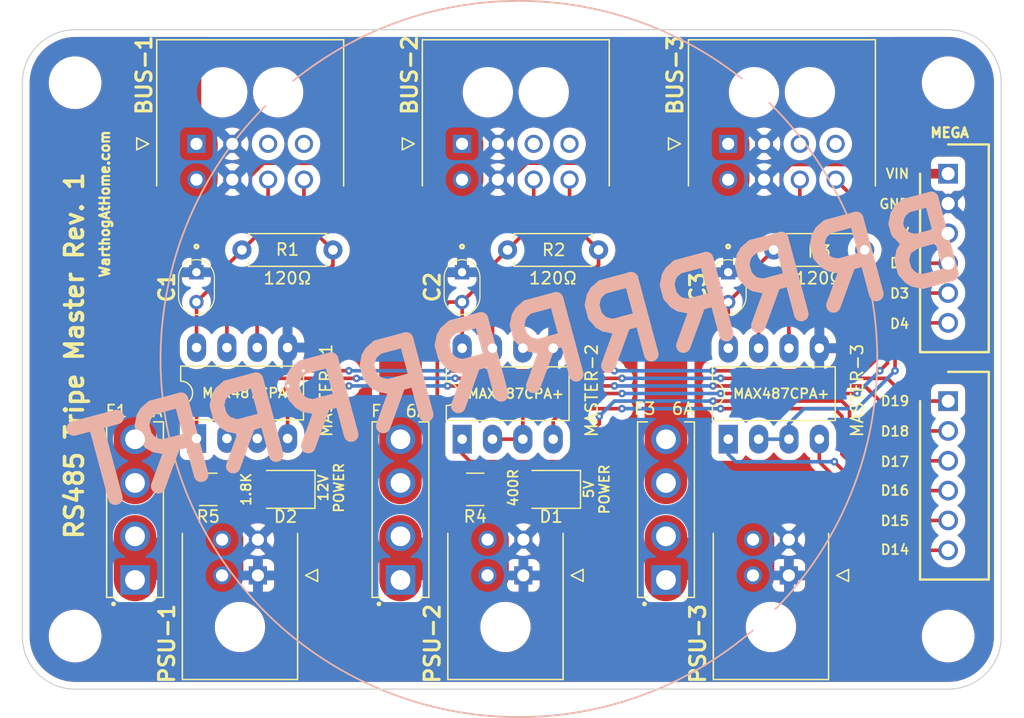
<source format=kicad_pcb>
(kicad_pcb (version 20211014) (generator pcbnew)
  (layers (0 "F.Cu" signal) (31 "B.Cu" signal) (34 "B.Paste" user) (36 "B.SilkS" user "B.Silkscreen") (37 "F.SilkS" user "F.Silkscreen") (38 "B.Mask" user) (39 "F.Mask" user) (44 "Edge.Cuts" user))
  (net 0 "")
  (net 3 "MEGA_D19")
  (net 4 "MEGA_D2")
  (net 5 "MEGA_D18")
  (net 6 "+12V_2")
  (net 7 "+12V_3")
  (net 8 "MEGA_D17")
  (net 9 "MEGA_D3")
  (net 10 "+5V")
  (net 11 "GND")
  (net 12 "+12V")
  (net 13 "MEGA_D16")
  (net 14 "MEGA_D15")
  (net 15 "MEGA_D4")
  (net 16 "MEGA_D14")
  (net 17 "RS485-1-B")
  (net 18 "RS485-1-A")
  (net 19 "RS485-2-B")
  (net 20 "RS485-3-B")
  (net 21 "RS485-2-A")
  (net 22 "RS485-3-A")
  (net 27 "12V_Fused")
  (net 28 "/12V_2_Fused")
  (net 29 "/12V_3_Fused")
  (net 30 "Net-(D1-Pad2)")
  (net 31 "Net-(D2-Pad2)")
  (footprint "MountingHole:MountingHole_3.2mm_M3" (layer "F.Cu") (at 181.830484 77.185879)
    (fp_text reference "HOLE-2" hide)
    (fp_text value "MountingHole_3.2mm_M3" hide)
    (pad "" np_thru_hole circle (at 0 0) (size 3.2 3.2) (drill 3.2) (layers *.Cu *.Mask))
  )
  (footprint "Resistor_SMD:R_1210_3225Metric_Pad1.30x2.65mm_HandSolder" (layer "F.Cu") (at 119.888 111.252 180)
    (fp_text reference "R5" (at 0 -2.28) (layer "F.SilkS"))
    (fp_text value "1.8K" (at -3.175 0.007 90) (layer "F.SilkS") (effects (font (size 0.8128 0.8128) (thickness 0.1524))))
    (pad "1" smd roundrect (at -1.55 0 180) (size 1.3 2.65) (layers "F.Cu" "F.Paste" "F.Mask") (roundrect_rratio 0.192308) (net 31 "Net-(D2-Pad2)"))
    (pad "2" smd roundrect (at 1.55 0 180) (size 1.3 2.65) (layers "F.Cu" "F.Paste" "F.Mask") (roundrect_rratio 0.192308) (net 27 "12V_Fused"))
  )
  (footprint "A10 KiCad Libraries:FA14" (layer "F.Cu") (at 141.135484 93.060879 -90)
    (fp_text reference "C2" (at 1.25 2.485 -90) (layer "F.SilkS") (effects (font (size 1.27 1.27) (thickness 0.254))))
    (fp_text value "0.1uF" hide)
    (pad "1" thru_hole rect (at 0 0 270) (size 1.2 1.2) (drill 0.7) (layers *.Cu *.Mask) (net 11 "GND"))
    (pad "2" thru_hole circle (at 2.5 0 270) (size 1.2 1.2) (drill 0.7) (layers *.Cu *.Mask) (net 10 "+5V"))
  )
  (footprint "MountingHole:MountingHole_3.2mm_M3" (layer "F.Cu") (at 181.830484 123.540879)
    (fp_text reference "HOLE-4" hide)
    (fp_text value "MountingHole_3.2mm_M3" hide)
    (pad "" np_thru_hole circle (at 0 0) (size 3.2 3.2) (drill 3.2) (layers *.Cu *.Mask))
  )
  (footprint "LED_SMD:LED_1210_3225Metric_Pad1.42x2.65mm_HandSolder" (layer "F.Cu") (at 126.365 111.252 180)
    (fp_text reference "D2" (at 0 -2.28) (layer "F.SilkS"))
    (fp_text value "GREEN")
    (pad "1" smd roundrect (at -1.4875 0 180) (size 1.425 2.65) (layers "F.Cu" "F.Paste" "F.Mask") (roundrect_rratio 0.175439) (net 11 "GND"))
    (pad "2" smd roundrect (at 1.4875 0 180) (size 1.425 2.65) (layers "F.Cu" "F.Paste" "F.Mask") (roundrect_rratio 0.175439) (net 31 "Net-(D2-Pad2)"))
  )
  (footprint "LED_SMD:LED_1210_3225Metric_Pad1.42x2.65mm_HandSolder" (layer "F.Cu") (at 148.59 111.252 180)
    (fp_text reference "D1" (at 0 -2.28) (layer "F.SilkS"))
    (fp_text value "GREEN")
    (pad "1" smd roundrect (at -1.4875 0 180) (size 1.425 2.65) (layers "F.Cu" "F.Paste" "F.Mask") (roundrect_rratio 0.175439) (net 11 "GND"))
    (pad "2" smd roundrect (at 1.4875 0 180) (size 1.425 2.65) (layers "F.Cu" "F.Paste" "F.Mask") (roundrect_rratio 0.175439) (net 30 "Net-(D1-Pad2)"))
  )
  (footprint "A10 KiCad Libraries:SHDR6W64P0X250_1X6_1740X575X700P" (layer "F.Cu") (at 181.830484 103.855879 -90)
    (fp_text reference "MEGA-2" hide)
    (fp_text value "Conn_01x06_Male" hide)
    (pad "1" thru_hole rect locked (at 0 0 270) (size 1.65 1.65) (drill 1.1) (layers *.Cu *.Mask) (net 3 "MEGA_D19"))
    (pad "2" thru_hole circle locked (at 2.5 0 270) (size 1.65 1.65) (drill 1.1) (layers *.Cu *.Mask) (net 5 "MEGA_D18"))
    (pad "3" thru_hole circle locked (at 5 0 270) (size 1.65 1.65) (drill 1.1) (layers *.Cu *.Mask) (net 8 "MEGA_D17"))
    (pad "4" thru_hole circle locked (at 7.5 0 270) (size 1.65 1.65) (drill 1.1) (layers *.Cu *.Mask) (net 13 "MEGA_D16"))
    (pad "5" thru_hole circle locked (at 10 0 270) (size 1.65 1.65) (drill 1.1) (layers *.Cu *.Mask) (net 14 "MEGA_D15"))
    (pad "6" thru_hole circle locked (at 12.5 0 270) (size 1.65 1.65) (drill 1.1) (layers *.Cu *.Mask) (net 16 "MEGA_D14"))
  )
  (footprint "Resistor_THT:R_Axial_DIN0207_L6.3mm_D2.5mm_P7.62mm_Horizontal" (layer "F.Cu") (at 167.225484 91.195879)
    (fp_text reference "R3" (at 3.81 0.1378) (layer "F.SilkS"))
    (fp_text value "120Ω" (at 3.81 2.37) (layer "F.SilkS"))
    (pad "1" thru_hole circle (at 0 0) (size 1.6 1.6) (drill 0.8) (layers *.Cu *.Mask) (net 20 "RS485-3-B"))
    (pad "2" thru_hole oval (at 7.62 0) (size 1.6 1.6) (drill 0.8) (layers *.Cu *.Mask) (net 22 "RS485-3-A"))
  )
  (footprint "MountingHole:MountingHole_3.2mm_M3" (layer "F.Cu") (at 108.741664 77.185879)
    (fp_text reference "HOLE-1" hide)
    (fp_text value "MountingHole_3.2mm_M3" hide)
    (pad "" np_thru_hole circle (at 0 0) (size 3.2 3.2) (drill 3.2) (layers *.Cu *.Mask))
  )
  (footprint "A10 KiCad Libraries:Molex 43045-0800" (layer "F.Cu") (at 141.135484 82.305879 180)
    (fp_text reference "BUS-2" (at 4.39 5.755 270) (layer "F.SilkS") (effects (font (size 1.27 1.27) (thickness 0.254))))
    (fp_text value "Conn_02x04_Top_Bottom" hide)
    (pad "" np_thru_hole circle (at -6.84 4.32 180) (size 3 3) (drill 3) (layers *.Cu *.Mask))
    (pad "" np_thru_hole circle (at -2.16 4.32 180) (size 3 3) (drill 3) (layers *.Cu *.Mask))
    (pad "1" thru_hole rect (at 0 0 180) (size 1.52 1.52) (drill 1.02) (layers *.Cu *.Mask) (net 28 "/12V_2_Fused"))
    (pad "2" thru_hole circle (at -3 0 180) (size 1.52 1.52) (drill 1.02) (layers *.Cu *.Mask) (net 11 "GND"))
    (pad "3" thru_hole circle (at -6 0 180) (size 1.52 1.52) (drill 1.02) (layers *.Cu *.Mask))
    (pad "4" thru_hole circle (at -9 0 180) (size 1.52 1.52) (drill 1.02) (layers *.Cu *.Mask))
    (pad "5" thru_hole circle (at 0 -3 180) (size 1.52 1.52) (drill 1.02) (layers *.Cu *.Mask) (net 28 "/12V_2_Fused"))
    (pad "6" thru_hole circle (at -3 -3 180) (size 1.52 1.52) (drill 1.02) (layers *.Cu *.Mask) (net 11 "GND"))
    (pad "7" thru_hole circle (at -6 -3 180) (size 1.52 1.52) (drill 1.02) (layers *.Cu *.Mask) (net 19 "RS485-2-B"))
    (pad "8" thru_hole circle (at -9 -3 180) (size 1.52 1.52) (drill 1.02) (layers *.Cu *.Mask) (net 21 "RS485-2-A"))
  )
  (footprint "A10 KiCad Libraries:SHDR6W64P0X250_1X6_1740X575X700P" (layer "F.Cu") (at 181.830484 84.805879 -90)
    (fp_text reference "MEGA-1" hide)
    (fp_text value "Conn_01x06_Male" hide)
    (fp_text user "MEGA" (at -3.429 -0.127 unlocked) (layer "F.SilkS") (effects (font (size 0.8128 0.8128) (thickness 0.2032))))
    (pad "1" thru_hole rect locked (at 0 0 270) (size 1.65 1.65) (drill 1.1) (layers *.Cu *.Mask) (net 27 "12V_Fused"))
    (pad "2" thru_hole circle locked (at 2.5 0 270) (size 1.65 1.65) (drill 1.1) (layers *.Cu *.Mask) (net 11 "GND"))
    (pad "3" thru_hole circle locked (at 5 0 270) (size 1.65 1.65) (drill 1.1) (layers *.Cu *.Mask) (net 10 "+5V"))
    (pad "4" thru_hole circle locked (at 7.5 0 270) (size 1.65 1.65) (drill 1.1) (layers *.Cu *.Mask) (net 4 "MEGA_D2"))
    (pad "5" thru_hole circle locked (at 10 0 270) (size 1.65 1.65) (drill 1.1) (layers *.Cu *.Mask) (net 9 "MEGA_D3"))
    (pad "6" thru_hole circle locked (at 12.5 0 270) (size 1.65 1.65) (drill 1.1) (layers *.Cu *.Mask) (net 15 "MEGA_D4"))
  )
  (footprint "A10 KiCad Libraries:FUSE_BK-6013" (layer "F.Cu") (at 158.208484 112.949079 90)
    (fp_text reference "F3" (at 8.4582 -1.778 180) (layer "F.SilkS"))
    (fp_text value "6A" (at 8.4582 1.397 180) (layer "F.SilkS"))
    (pad "1" thru_hole rect (at -5.895 0 90) (size 2.48 2.48) (drill 1.65) (layers *.Cu *.Mask) (net 7 "+12V_3"))
    (pad "1" thru_hole circle (at -2.235 0 90) (size 2.48 2.48) (drill 1.65) (layers *.Cu *.Mask) (net 7 "+12V_3"))
    (pad "2" thru_hole circle (at 5.895 0 90) (size 2.48 2.48) (drill 1.65) (layers *.Cu *.Mask) (net 29 "/12V_3_Fused"))
    (pad "2" thru_hole circle (at 2.235 0 90) (size 2.48 2.48) (drill 1.65) (layers *.Cu *.Mask) (net 29 "/12V_3_Fused"))
  )
  (footprint "A10 KiCad Libraries:FUSE_BK-6013" (layer "F.Cu") (at 135.983484 112.949079 90)
    (fp_text reference "F2" (at 8.255 -1.56 180) (layer "F.SilkS"))
    (fp_text value "6A" (at 8.255 1.3335 180) (layer "F.SilkS"))
    (pad "1" thru_hole circle (at -2.235 0 90) (size 2.48 2.48) (drill 1.65) (layers *.Cu *.Mask) (net 6 "+12V_2"))
    (pad "1" thru_hole rect (at -5.895 0 90) (size 2.48 2.48) (drill 1.65) (layers *.Cu *.Mask) (net 6 "+12V_2"))
    (pad "2" thru_hole circle (at 5.895 0 90) (size 2.48 2.48) (drill 1.65) (layers *.Cu *.Mask) (net 28 "/12V_2_Fused"))
    (pad "2" thru_hole circle (at 2.235 0 90) (size 2.48 2.48) (drill 1.65) (layers *.Cu *.Mask) (net 28 "/12V_2_Fused"))
  )
  (footprint "Resistor_THT:R_Axial_DIN0207_L6.3mm_D2.5mm_P7.62mm_Horizontal" (layer "F.Cu") (at 122.710647 91.195879)
    (fp_text reference "R1" (at 3.81 -0.031551) (layer "F.SilkS"))
    (fp_text value "120Ω" (at 3.81 2.37) (layer "F.SilkS"))
    (pad "1" thru_hole circle (at 0 0) (size 1.6 1.6) (drill 0.8) (layers *.Cu *.Mask) (net 17 "RS485-1-B"))
    (pad "2" thru_hole oval (at 7.62 0) (size 1.6 1.6) (drill 0.8) (layers *.Cu *.Mask) (net 18 "RS485-1-A"))
  )
  (footprint "Package_DIP:DIP-8_W7.62mm_LongPads" (layer "F.Cu") (at 118.910647 106.990879 90)
    (fp_text reference "MASTER-1" (at 4.024 10.849837 90) (layer "F.SilkS"))
    (fp_text value "MAX487CPA+" (at 3.81 4.499837 180) (layer "F.SilkS") (effects (font (size 0.8128 0.8128) (thickness 0.1524))))
    (pad "1" thru_hole rect (at 0 0 90) (size 2.4 1.6) (drill 0.8) (layers *.Cu *.Mask) (net 3 "MEGA_D19"))
    (pad "2" thru_hole oval (at 0 2.54 90) (size 2.4 1.6) (drill 0.8) (layers *.Cu *.Mask) (net 4 "MEGA_D2"))
    (pad "3" thru_hole oval (at 0 5.08 90) (size 2.4 1.6) (drill 0.8) (layers *.Cu *.Mask) (net 4 "MEGA_D2"))
    (pad "4" thru_hole oval (at 0 7.62 90) (size 2.4 1.6) (drill 0.8) (layers *.Cu *.Mask) (net 5 "MEGA_D18"))
    (pad "5" thru_hole oval (at 7.62 7.62 90) (size 2.4 1.6) (drill 0.8) (layers *.Cu *.Mask) (net 11 "GND"))
    (pad "6" thru_hole oval (at 7.62 5.08 90) (size 2.4 1.6) (drill 0.8) (layers *.Cu *.Mask) (net 18 "RS485-1-A"))
    (pad "7" thru_hole oval (at 7.62 2.54 90) (size 2.4 1.6) (drill 0.8) (layers *.Cu *.Mask) (net 17 "RS485-1-B"))
    (pad "8" thru_hole oval (at 7.62 0 90) (size 2.4 1.6) (drill 0.8) (layers *.Cu *.Mask) (net 10 "+5V"))
  )
  (footprint "Package_DIP:DIP-8_W7.62mm_LongPads" (layer "F.Cu") (at 163.425484 107.045879 90)
    (fp_text reference "MASTER-3" (at 4.079 10.785 90) (layer "F.SilkS"))
    (fp_text value "MAX487CPA+" (at 3.81 4.435 180) (layer "F.SilkS") (effects (font (size 0.8128 0.8128) (thickness 0.1524))))
    (pad "1" thru_hole rect (at 0 0 90) (size 2.4 1.6) (drill 0.8) (layers *.Cu *.Mask) (net 14 "MEGA_D15"))
    (pad "2" thru_hole oval (at 0 2.54 90) (size 2.4 1.6) (drill 0.8) (layers *.Cu *.Mask) (net 15 "MEGA_D4"))
    (pad "3" thru_hole oval (at 0 5.08 90) (size 2.4 1.6) (drill 0.8) (layers *.Cu *.Mask) (net 15 "MEGA_D4"))
    (pad "4" thru_hole oval (at 0 7.62 90) (size 2.4 1.6) (drill 0.8) (layers *.Cu *.Mask) (net 16 "MEGA_D14"))
    (pad "5" thru_hole oval (at 7.62 7.62 90) (size 2.4 1.6) (drill 0.8) (layers *.Cu *.Mask) (net 11 "GND"))
    (pad "6" thru_hole oval (at 7.62 5.08 90) (size 2.4 1.6) (drill 0.8) (layers *.Cu *.Mask) (net 22 "RS485-3-A"))
    (pad "7" thru_hole oval (at 7.62 2.54 90) (size 2.4 1.6) (drill 0.8) (layers *.Cu *.Mask) (net 20 "RS485-3-B"))
    (pad "8" thru_hole oval (at 7.62 0 90) (size 2.4 1.6) (drill 0.8) (layers *.Cu *.Mask) (net 10 "+5V"))
  )
  (footprint "Resistor_THT:R_Axial_DIN0207_L6.3mm_D2.5mm_P7.62mm_Horizontal" (layer "F.Cu") (at 144.945484 91.195879)
    (fp_text reference "R2" (at 3.865 0) (layer "F.SilkS"))
    (fp_text value "120Ω" (at 3.81 2.37) (layer "F.SilkS"))
    (pad "1" thru_hole circle (at 0 0) (size 1.6 1.6) (drill 0.8) (layers *.Cu *.Mask) (net 19 "RS485-2-B"))
    (pad "2" thru_hole oval (at 7.62 0) (size 1.6 1.6) (drill 0.8) (layers *.Cu *.Mask) (net 21 "RS485-2-A"))
  )
  (footprint "Package_DIP:DIP-8_W7.62mm_LongPads" (layer "F.Cu") (at 141.145484 107.045879 90)
    (fp_text reference "MASTER-2" (at 4.079 10.84 90) (layer "F.SilkS"))
    (fp_text value "MAX487CPA+" (at 3.81 4.49 180) (layer "F.SilkS") (effects (font (size 0.8128 0.8128) (thickness 0.1524))))
    (pad "1" thru_hole rect (at 0 0 90) (size 2.4 1.6) (drill 0.8) (layers *.Cu *.Mask) (net 8 "MEGA_D17"))
    (pad "2" thru_hole oval (at 0 2.54 90) (size 2.4 1.6) (drill 0.8) (layers *.Cu *.Mask) (net 9 "MEGA_D3"))
    (pad "3" thru_hole oval (at 0 5.08 90) (size 2.4 1.6) (drill 0.8) (layers *.Cu *.Mask) (net 9 "MEGA_D3"))
    (pad "4" thru_hole oval (at 0 7.62 90) (size 2.4 1.6) (drill 0.8) (layers *.Cu *.Mask) (net 13 "MEGA_D16"))
    (pad "5" thru_hole oval (at 7.62 7.62 90) (size 2.4 1.6) (drill 0.8) (layers *.Cu *.Mask) (net 11 "GND"))
    (pad "6" thru_hole oval (at 7.62 5.08 90) (size 2.4 1.6) (drill 0.8) (layers *.Cu *.Mask) (net 21 "RS485-2-A"))
    (pad "7" thru_hole oval (at 7.62 2.54 90) (size 2.4 1.6) (drill 0.8) (layers *.Cu *.Mask) (net 19 "RS485-2-B"))
    (pad "8" thru_hole oval (at 7.62 0 90) (size 2.4 1.6) (drill 0.8) (layers *.Cu *.Mask) (net 10 "+5V"))
  )
  (footprint "A10 KiCad Libraries:Molex 43045-0800" (layer "F.Cu") (at 118.900647 82.305879 180)
    (fp_text reference "BUS-1" (at 4.380163 5.755 270) (layer "F.SilkS") (effects (font (size 1.27 1.27) (thickness 0.254))))
    (fp_text value "Conn_02x04_Top_Bottom" hide)
    (pad "" np_thru_hole circle (at -2.16 4.32 180) (size 3 3) (drill 3) (layers *.Cu *.Mask))
    (pad "" np_thru_hole circle (at -6.84 4.32 180) (size 3 3) (drill 3) (layers *.Cu *.Mask))
    (pad "1" thru_hole rect (at 0 0 180) (size 1.52 1.52) (drill 1.02) (layers *.Cu *.Mask) (net 27 "12V_Fused"))
    (pad "2" thru_hole circle (at -3 0 180) (size 1.52 1.52) (drill 1.02) (layers *.Cu *.Mask) (net 11 "GND"))
    (pad "3" thru_hole circle (at -6 0 180) (size 1.52 1.52) (drill 1.02) (layers *.Cu *.Mask))
    (pad "4" thru_hole circle (at -9 0 180) (size 1.52 1.52) (drill 1.02) (layers *.Cu *.Mask))
    (pad "5" thru_hole circle (at 0 -3 180) (size 1.52 1.52) (drill 1.02) (layers *.Cu *.Mask) (net 27 "12V_Fused"))
    (pad "6" thru_hole circle (at -3 -3 180) (size 1.52 1.52) (drill 1.02) (layers *.Cu *.Mask) (net 11 "GND"))
    (pad "7" thru_hole circle (at -6 -3 180) (size 1.52 1.52) (drill 1.02) (layers *.Cu *.Mask) (net 17 "RS485-1-B"))
    (pad "8" thru_hole circle (at -9 -3 180) (size 1.52 1.52) (drill 1.02) (layers *.Cu *.Mask) (net 18 "RS485-1-A"))
  )
  (footprint "MountingHole:MountingHole_3.2mm_M3" (layer "F.Cu") (at 108.741664 123.540879)
    (fp_text reference "HOLE-3" hide)
    (fp_text value "MountingHole_3.2mm_M3" hide)
    (pad "" np_thru_hole circle (at 0 0) (size 3.2 3.2) (drill 3.2) (layers *.Cu *.Mask))
  )
  (footprint "A10 KiCad Libraries:FA14" (layer "F.Cu") (at 163.415484 93.060879 -90)
    (fp_text reference "C3" (at 1.27 2.54 -90) (layer "F.SilkS") (effects (font (size 1.27 1.27) (thickness 0.254))))
    (fp_text value "0.1uF" hide)
    (pad "1" thru_hole rect (at 0 0 270) (size 1.2 1.2) (drill 0.7) (layers *.Cu *.Mask) (net 11 "GND"))
    (pad "2" thru_hole circle (at 2.5 0 270) (size 1.2 1.2) (drill 0.7) (layers *.Cu *.Mask) (net 10 "+5V"))
  )
  (footprint "A10 KiCad Libraries:FUSE_BK-6013" (layer "F.Cu") (at 113.758484 112.949079 90)
    (fp_text reference "F1" (at 8.255 -1.56 180) (layer "F.SilkS"))
    (fp_text value "6A" (at 8.255 1.397 180) (layer "F.SilkS"))
    (pad "1" thru_hole rect (at -5.895 0 90) (size 2.48 2.48) (drill 1.65) (layers *.Cu *.Mask) (net 12 "+12V"))
    (pad "1" thru_hole circle (at -2.235 0 90) (size 2.48 2.48) (drill 1.65) (layers *.Cu *.Mask) (net 12 "+12V"))
    (pad "2" thru_hole circle (at 5.895 0 90) (size 2.48 2.48) (drill 1.65) (layers *.Cu *.Mask) (net 27 "12V_Fused"))
    (pad "2" thru_hole circle (at 2.235 0 90) (size 2.48 2.48) (drill 1.65) (layers *.Cu *.Mask) (net 27 "12V_Fused"))
  )
  (footprint "A10 KiCad Libraries:FA14" (layer "F.Cu") (at 118.900647 93.060879 -90)
    (fp_text reference "C1" (at 1.27 2.475163 -90) (layer "F.SilkS") (effects (font (size 1.27 1.27) (thickness 0.254))))
    (fp_text value "0.1uF" hide)
    (pad "1" thru_hole rect (at 0 0 270) (size 1.2 1.2) (drill 0.7) (layers *.Cu *.Mask) (net 11 "GND"))
    (pad "2" thru_hole circle (at 2.5 0 270) (size 1.2 1.2) (drill 0.7) (layers *.Cu *.Mask) (net 10 "+5V"))
  )
  (footprint "A10 KiCad Libraries:Molex 43045-0800" (layer "F.Cu") (at 163.415484 82.305879 180)
    (fp_text reference "BUS-3" (at 4.445 5.755 270) (layer "F.SilkS") (effects (font (size 1.27 1.27) (thickness 0.254))))
    (fp_text value "Conn_02x04_Top_Bottom" hide)
    (pad "" np_thru_hole circle (at -2.16 4.32 180) (size 3 3) (drill 3) (layers *.Cu *.Mask))
    (pad "" np_thru_hole circle (at -6.84 4.32 180) (size 3 3) (drill 3) (layers *.Cu *.Mask))
    (pad "1" thru_hole rect (at 0 0 180) (size 1.52 1.52) (drill 1.02) (layers *.Cu *.Mask) (net 29 "/12V_3_Fused"))
    (pad "2" thru_hole circle (at -3 0 180) (size 1.52 1.52) (drill 1.02) (layers *.Cu *.Mask) (net 11 "GND"))
    (pad "3" thru_hole circle (at -6 0 180) (size 1.52 1.52) (drill 1.02) (layers *.Cu *.Mask))
    (pad "4" thru_hole circle (at -9 0 180) (size 1.52 1.52) (drill 1.02) (layers *.Cu *.Mask))
    (pad "5" thru_hole circle (at 0 -3 180) (size 1.52 1.52) (drill 1.02) (layers *.Cu *.Mask) (net 29 "/12V_3_Fused"))
    (pad "6" thru_hole circle (at -3 -3 180) (size 1.52 1.52) (drill 1.02) (layers *.Cu *.Mask) (net 11 "GND"))
    (pad "7" thru_hole circle (at -6 -3 180) (size 1.52 1.52) (drill 1.02) (layers *.Cu *.Mask) (net 20 "RS485-3-B"))
    (pad "8" thru_hole circle (at -9 -3 180) (size 1.52 1.52) (drill 1.02) (layers *.Cu *.Mask) (net 22 "RS485-3-A"))
  )
  (footprint "A10 KiCad Libraries:Molex 43045-0400" (layer "F.Cu") (at 146.270484 118.460879)
    (fp_text reference "PSU-2" (at -7.62 5.715 90) (layer "F.SilkS") (effects (font (size 1.27 1.27) (thickness 0.254))))
    (fp_text value "Conn_02x02_Top_Bottom" hide)
    (pad "" np_thru_hole circle (at -1.5 4.32) (size 3 3) (drill 3) (layers *.Cu *.Mask))
    (pad "1" thru_hole rect (at 0 0) (size 1.52 1.52) (drill 1.02) (layers *.Cu *.Mask) (net 11 "GND"))
    (pad "2" thru_hole circle (at -3 0) (size 1.52 1.52) (drill 1.02) (layers *.Cu *.Mask) (net 6 "+12V_2"))
    (pad "3" thru_hole circle (at 0 -3) (size 1.52 1.52) (drill 1.02) (layers *.Cu *.Mask) (net 11 "GND"))
    (pad "4" thru_hole circle (at -3 -3) (size 1.52 1.52) (drill 1.02) (layers *.Cu *.Mask) (net 6 "+12V_2"))
  )
  (footprint "Resistor_SMD:R_1210_3225Metric_Pad1.30x2.65mm_HandSolder" (layer "F.Cu") (at 142.24 111.252 180)
    (fp_text reference "R4" (at 0 -2.28) (layer "F.SilkS"))
    (fp_text value "400R" (at -3.175 0.127 90) (layer "F.SilkS") (effects (font (size 0.8128 0.8128) (thickness 0.1524))))
    (pad "1" smd roundrect (at -1.55 0 180) (size 1.3 2.65) (layers "F.Cu" "F.Paste" "F.Mask") (roundrect_rratio 0.192308) (net 30 "Net-(D1-Pad2)"))
    (pad "2" smd roundrect (at 1.55 0 180) (size 1.3 2.65) (layers "F.Cu" "F.Paste" "F.Mask") (roundrect_rratio 0.192308) (net 10 "+5V"))
  )
  (footprint "A10 KiCad Libraries:Molex 43045-0400" (layer "F.Cu") (at 168.495484 118.460879)
    (fp_text reference "PSU-3" (at -7.62 5.715 90) (layer "F.SilkS") (effects (font (size 1.27 1.27) (thickness 0.254))))
    (fp_text value "Conn_02x02_Top_Bottom" hide)
    (pad "" np_thru_hole circle (at -1.5 4.32) (size 3 3) (drill 3) (layers *.Cu *.Mask))
    (pad "1" thru_hole rect (at 0 0) (size 1.52 1.52) (drill 1.02) (layers *.Cu *.Mask) (net 11 "GND"))
    (pad "2" thru_hole circle (at -3 0) (size 1.52 1.52) (drill 1.02) (layers *.Cu *.Mask) (net 7 "+12V_3"))
    (pad "3" thru_hole circle (at 0 -3) (size 1.52 1.52) (drill 1.02) (layers *.Cu *.Mask) (net 11 "GND"))
    (pad "4" thru_hole circle (at -3 -3) (size 1.52 1.52) (drill 1.02) (layers *.Cu *.Mask) (net 7 "+12V_3"))
  )
  (footprint "A10 KiCad Libraries:Molex 43045-0400" (layer "F.Cu") (at 124.045484 118.460879)
    (fp_text reference "PSU-1" (at -7.62 5.715 270) (layer "F.SilkS") (effects (font (size 1.27 1.27) (thickness 0.254))))
    (fp_text value "Conn_02x02_Top_Bottom" hide)
    (pad "" np_thru_hole circle (at -1.5 4.32) (size 3 3) (drill 3) (layers *.Cu *.Mask))
    (pad "1" thru_hole rect (at 0 0) (size 1.52 1.52) (drill 1.02) (layers *.Cu *.Mask) (net 11 "GND"))
    (pad "2" thru_hole circle (at -3 0) (size 1.52 1.52) (drill 1.02) (layers *.Cu *.Mask) (net 12 "+12V"))
    (pad "3" thru_hole circle (at 0 -3) (size 1.52 1.52) (drill 1.02) (layers *.Cu *.Mask) (net 11 "GND"))
    (pad "4" thru_hole circle (at -3 -3) (size 1.52 1.52) (drill 1.02) (layers *.Cu *.Mask) (net 12 "+12V"))
  )
  (gr_circle locked (center 145.895 100.33) (end 175.895 100.33) (layer "B.SilkS") (width 0.15) (fill none))
  (gr_line (start 104.328574 123.572789) (end 104.328574 77.185879) (layer "Edge.Cuts") (width 0.1))
  (gr_arc (start 186.275484 123.572789) (mid 184.982917 126.693312) (end 181.862394 127.985879) (layer "Edge.Cuts") (width 0.1016))
  (gr_arc (start 108.741664 127.985879) (mid 105.621135 126.693318) (end 104.328574 123.572789) (layer "Edge.Cuts") (width 0.1016))
  (gr_arc (start 181.830484 72.740879) (mid 184.973574 74.042789) (end 186.275484 77.185879) (layer "Edge.Cuts") (width 0.1016))
  (gr_line (start 181.862394 127.985879) (end 108.741664 127.985879) (layer "Edge.Cuts") (width 0.1))
  (gr_line (start 186.275484 77.185879) (end 186.275484 123.572789) (layer "Edge.Cuts") (width 0.1))
  (gr_arc (start 104.328574 77.185879) (mid 105.630484 74.042786) (end 108.773574 72.740879) (layer "Edge.Cuts") (width 0.1016))
  (gr_line (start 108.773574 72.740879) (end 181.830484 72.740879) (layer "Edge.Cuts") (width 0.1))
  (gr_text "BRRRRRRRRRRT" (at 145.895 99.85 15) (layer "B.SilkS") (effects (font (size 6.5024 6.5024) (thickness 1.2192)) (justify mirror)))
  (gr_text "D14" (at 178.655484 116.301879) (layer "F.SilkS") (effects (font (size 0.8128 0.8128) (thickness 0.1524)) (justify right)))
  (gr_text "GND" (at 178.655484 87.345879) (layer "F.SilkS") (effects (font (size 0.8128 0.8128) (thickness 0.1524)) (justify right)))
  (gr_text "5V\nPOWER" (at 152.4 111.252 90) (layer "F.SilkS") (effects (font (size 0.8128 0.8128) (thickness 0.1524))))
  (gr_text "D15" (at 178.655484 113.888879) (layer "F.SilkS") (effects (font (size 0.8128 0.8128) (thickness 0.1524)) (justify right)))
  (gr_text "D4" (at 178.655484 97.378879) (layer "F.SilkS") (effects (font (size 0.8128 0.8128) (thickness 0.1524)) (justify right)))
  (gr_text "5V" (at 178.655484 89.758879) (layer "F.SilkS") (effects (font (size 0.8128 0.8128) (thickness 0.1524)) (justify right)))
  (gr_text "D3" (at 178.655484 94.838879) (layer "F.SilkS") (effects (font (size 0.8128 0.8128) (thickness 0.1524)) (justify right)))
  (gr_text "D16" (at 178.655484 111.348879) (layer "F.SilkS") (effects (font (size 0.8128 0.8128) (thickness 0.1524)) (justify right)))
  (gr_text "WarthogAtHome.com" (at 111.218484 87.345879 90) (layer "F.SilkS") (effects (font (size 0.8128 0.8128) (thickness 0.2032))))
  (gr_text "D18" (at 178.655484 106.395879) (layer "F.SilkS") (effects (font (size 0.8128 0.8128) (thickness 0.1524)) (justify right)))
  (gr_text "D19" (at 178.655484 103.855879) (layer "F.SilkS") (effects (font (size 0.8128 0.8128) (thickness 0.1524)) (justify right)))
  (gr_text "D17" (at 178.655484 108.935879) (layer "F.SilkS") (effects (font (size 0.8128 0.8128) (thickness 0.1524)) (justify right)))
  (gr_text "D2" (at 178.655484 92.298879) (layer "F.SilkS") (effects (font (size 0.8128 0.8128) (thickness 0.1524)) (justify right)))
  (gr_text "RS485 Tripe Master Rev. 1" (at 108.678484 100.045879 90) (layer "F.SilkS") (effects (font (size 1.5 1.5) (thickness 0.3))))
  (gr_text "12V\nPOWER" (at 130.175 111.125 90) (layer "F.SilkS") (effects (font (size 0.8128 0.8128) (thickness 0.1524))))
  (gr_text "VIN" (at 178.655484 84.805879) (layer "F.SilkS") (effects (font (size 0.8128 0.8128) (thickness 0.1524)) (justify right)))
  (segment (start 162.780484 101.950879) (end 176.750484 101.950879) (width 0.3048) (layer "F.Cu") (net 3))
  (segment (start 122.140484 101.950879) (end 118.910647 105.180716) (width 0.3048) (layer "F.Cu") (net 3))
  (segment (start 176.750484 101.950879) (end 178.655484 103.855879) (width 0.3048) (layer "F.Cu") (net 3))
  (segment (start 178.655484 103.855879) (end 181.830484 103.855879) (width 0.3048) (layer "F.Cu") (net 3))
  (segment (start 132.300484 101.950879) (end 122.140484 101.950879) (width 0.3048) (layer "F.Cu") (net 3))
  (segment (start 118.910647 105.180716) (end 118.910647 106.990879) (width 0.3048) (layer "F.Cu") (net 3))
  (segment (start 154.525484 101.950879) (end 140.555484 101.950879) (width 0.3048) (layer "F.Cu") (net 3))
  (via (at 162.780484 101.950879) (size 0.635) (drill 0.254) (layers "F.Cu" "B.Cu") (net 3))
  (via (at 140.555484 101.950879) (size 0.635) (drill 0.254) (layers "F.Cu" "B.Cu") (net 3))
  (via (at 154.525484 101.950879) (size 0.635) (drill 0.254) (layers "F.Cu" "B.Cu") (net 3))
  (via (at 132.300484 101.950879) (size 0.635) (drill 0.254) (layers "F.Cu" "B.Cu") (net 3))
  (segment (start 140.555484 101.950879) (end 132.300484 101.950879) (width 0.3048) (layer "B.Cu") (net 3))
  (segment (start 162.780484 101.950879) (end 154.525484 101.950879) (width 0.3048) (layer "B.Cu") (net 3))
  (segment (start 162.145484 101.315879) (end 174.845484 101.315879) (width 0.3048) (layer "F.Cu") (net 4))
  (segment (start 131.665484 101.315879) (end 127.855484 101.315879) (width 0.3048) (layer "F.Cu") (net 4))
  (segment (start 178.775484 92.305879) (end 181.830484 92.305879) (width 0.3048) (layer "F.Cu") (net 4))
  (segment (start 139.920484 101.315879) (end 153.890484 101.315879) (width 0.3048) (layer "F.Cu") (net 4))
  (segment (start 174.845484 101.315879) (end 176.115484 100.045879) (width 0.3048) (layer "F.Cu") (net 4))
  (segment (start 126.585484 102.585879) (end 123.990647 105.180716) (width 0.3048) (layer "F.Cu") (net 4))
  (segment (start 176.115484 100.045879) (end 176.115484 94.965879) (width 0.3048) (layer "F.Cu") (net 4))
  (segment (start 123.990647 105.180716) (end 123.990647 106.990879) (width 0.3048) (layer "F.Cu") (net 4))
  (segment (start 121.450647 106.990879) (end 123.990647 106.990879) (width 0.3048) (layer "F.Cu") (net 4))
  (segment (start 176.115484 94.965879) (end 178.775484 92.305879) (width 0.3048) (layer "F.Cu") (net 4))
  (via (at 127.855484 101.315879) (size 0.635) (drill 0.254) (layers "F.Cu" "B.Cu") (net 4))
  (via (at 139.920484 101.315879) (size 0.635) (drill 0.254) (layers "F.Cu" "B.Cu") (net 4))
  (via (at 131.665484 101.315879) (size 0.635) (drill 0.254) (layers "F.Cu" "B.Cu") (net 4))
  (via (at 153.890484 101.315879) (size 0.635) (drill 0.254) (layers "F.Cu" "B.Cu") (net 4))
  (via (at 126.585484 102.585879) (size 0.635) (drill 0.254) (layers "F.Cu" "B.Cu") (net 4))
  (via (at 162.145484 101.315879) (size 0.635) (drill 0.254) (layers "F.Cu" "B.Cu") (net 4))
  (segment (start 127.855484 101.315879) (end 126.585484 102.585879) (width 0.3048) (layer "B.Cu") (net 4))
  (segment (start 153.890484 101.315879) (end 162.145484 101.315879) (width 0.3048) (layer "B.Cu") (net 4))
  (segment (start 131.665484 101.315879) (end 139.920484 101.315879) (width 0.3048) (layer "B.Cu") (net 4))
  (segment (start 129.125484 102.585879) (end 126.530647 105.180716) (width 0.3048) (layer "F.Cu") (net 5))
  (segment (start 131.665484 102.585879) (end 129.125484 102.585879) (width 0.3048) (layer "F.Cu") (net 5))
  (segment (start 174.845484 102.585879) (end 178.615484 106.355879) (width 0.3048) (layer "F.Cu") (net 5))
  (segment (start 162.145484 102.585879) (end 174.845484 102.585879) (width 0.3048) (layer "F.Cu") (net 5))
  (segment (start 178.615484 106.355879) (end 181.830484 106.355879) (width 0.3048) (layer "F.Cu") (net 5))
  (segment (start 126.530647 105.180716) (end 126.530647 106.990879) (width 0.3048) (layer "F.Cu") (net 5))
  (segment (start 153.890484 102.585879) (end 139.920484 102.585879) (width 0.3048) (layer "F.Cu") (net 5))
  (via (at 153.890484 102.585879) (size 0.635) (drill 0.254) (layers "F.Cu" "B.Cu") (net 5))
  (via (at 162.145484 102.585879) (size 0.635) (drill 0.254) (layers "F.Cu" "B.Cu") (net 5))
  (via (at 131.665484 102.585879) (size 0.635) (drill 0.254) (layers "F.Cu" "B.Cu") (net 5))
  (via (at 139.920484 102.585879) (size 0.635) (drill 0.254) (layers "F.Cu" "B.Cu") (net 5))
  (segment (start 162.145484 102.585879) (end 153.890484 102.585879) (width 0.3048) (layer "B.Cu") (net 5))
  (segment (start 139.920484 102.585879) (end 131.665484 102.585879) (width 0.3048) (layer "B.Cu") (net 5))
  (segment (start 135.983484 117.063879) (end 143.222484 117.063879) (width 3.556) (layer "F.Cu") (net 6))
  (segment (start 143.270484 117.015879) (end 143.270484 118.460879) (width 3.556) (layer "F.Cu") (net 6))
  (segment (start 143.222484 117.063879) (end 143.270484 117.015879) (width 3.556) (layer "F.Cu") (net 6))
  (segment (start 143.270484 115.460879) (end 143.270484 117.015879) (width 3.556) (layer "F.Cu") (net 6))
  (segment (start 135.983484 115.184079) (end 135.983484 117.063879) (width 3.556) (layer "F.Cu") (net 6))
  (segment (start 135.983484 117.063879) (end 135.983484 118.844079) (width 3.556) (layer "F.Cu") (net 6))
  (segment (start 158.208484 117.063879) (end 158.208484 118.844079) (width 3.556) (layer "F.Cu") (net 7))
  (segment (start 165.495484 117.015879) (end 165.495484 118.460879) (width 3.556) (layer "F.Cu") (net 7))
  (segment (start 165.495484 115.460879) (end 165.495484 117.015879) (width 3.556) (layer "F.Cu") (net 7))
  (segment (start 165.447484 117.063879) (end 165.495484 117.015879) (width 3.556) (layer "F.Cu") (net 7))
  (segment (start 158.208484 115.184079) (end 158.208484 117.063879) (width 3.556) (layer "F.Cu") (net 7))
  (segment (start 158.208484 117.063879) (end 165.447484 117.063879) (width 3.556) (layer "F.Cu") (net 7))
  (segment (start 172.940484 103.855879) (end 173.575484 104.490879) (width 0.3048) (layer "F.Cu") (net 8))
  (segment (start 162.145484 103.855879) (end 172.940484 103.855879) (width 0.3048) (layer "F.Cu") (net 8))
  (segment (start 173.575484 107.665879) (end 174.765484 108.855879) (width 0.3048) (layer "F.Cu") (net 8))
  (segment (start 152.620484 105.125879) (end 152.620484 105.760879) (width 0.3048) (layer "F.Cu") (net 8))
  (segment (start 141.825484 108.935879) (end 141.145484 108.255879) (width 0.3048) (layer "F.Cu") (net 8))
  (segment (start 174.765484 108.855879) (end 181.830484 108.855879) (width 0.3048) (layer "F.Cu") (net 8))
  (segment (start 149.445484 108.935879) (end 141.825484 108.935879) (width 0.3048) (layer "F.Cu") (net 8))
  (segment (start 152.620484 105.760879) (end 149.445484 108.935879) (width 0.3048) (layer "F.Cu") (net 8))
  (segment (start 141.145484 108.255879) (end 141.145484 107.045879) (width 0.3048) (layer "F.Cu") (net 8))
  (segment (start 173.575484 104.490879) (end 173.575484 107.665879) (width 0.3048) (layer "F.Cu") (net 8))
  (via (at 152.620484 105.125879) (size 0.635) (drill 0.254) (layers "F.Cu" "B.Cu") (net 8))
  (via (at 162.145484 103.855879) (size 0.635) (drill 0.254) (layers "F.Cu" "B.Cu") (net 8))
  (segment (start 153.890484 103.855879) (end 152.620484 105.125879) (width 0.3048) (layer "B.Cu") (net 8))
  (segment (start 162.145484 103.855879) (end 153.890484 103.855879) (width 0.3048) (layer "B.Cu") (net 8))
  (segment (start 176.750484 100.680879) (end 176.750484 97.451514) (width 0.3048) (layer "F.Cu") (net 9))
  (segment (start 148.175484 103.220879) (end 146.225484 105.170879) (width 0.3048) (layer "F.Cu") (net 9))
  (segment (start 179.396118 94.805879) (end 181.830484 94.805879) (width 0.3048) (layer "F.Cu") (net 9))
  (segment (start 176.115484 101.315879) (end 176.750484 100.680879) (width 0.3048) (layer "F.Cu") (net 9))
  (segment (start 154.525484 103.220879) (end 148.175484 103.220879) (width 0.3048) (layer "F.Cu") (net 9))
  (segment (start 162.780484 103.220879) (end 174.210484 103.220879) (width 0.3048) (layer "F.Cu") (net 9))
  (segment (start 146.225484 105.170879) (end 146.225484 107.045879) (width 0.3048) (layer "F.Cu") (net 9))
  (segment (start 176.750484 97.451514) (end 179.396118 94.805879) (width 0.3048) (layer "F.Cu") (net 9))
  (segment (start 143.685484 107.045879) (end 146.225484 107.045879) (width 0.3048) (layer "F.Cu") (net 9))
  (via (at 162.780484 103.220879) (size 0.635) (drill 0.254) (layers "F.Cu" "B.Cu") (net 9))
  (via (at 154.525484 103.220879) (size 0.635) (drill 0.254) (layers "F.Cu" "B.Cu") (net 9))
  (via (at 174.210484 103.220879) (size 0.635) (drill 0.254) (layers "F.Cu" "B.Cu") (net 9))
  (via (at 176.115484 101.315879) (size 0.635) (drill 0.254) (layers "F.Cu" "B.Cu") (net 9))
  (segment (start 176.109695 101.315879) (end 174.210484 103.21509) (width 0.3048) (layer "B.Cu") (net 9))
  (segment (start 176.115484 101.315879) (end 176.109695 101.315879) (width 0.3048) (layer "B.Cu") (net 9))
  (segment (start 154.525484 103.220879) (end 162.780484 103.220879) (width 0.3048) (layer "B.Cu") (net 9))
  (segment (start 174.210484 103.21509) (end 174.210484 103.220879) (width 0.3048) (layer "B.Cu") (net 9))
  (segment (start 139.827 111.252) (end 140.69 111.252) (width 0.3048) (layer "F.Cu") (net 10))
  (segment (start 167.860484 84.845879) (end 168.673284 84.033079) (width 0.3048) (layer "F.Cu") (net 10))
  (segment (start 155.795484 82.305879) (end 155.795484 76.590879) (width 0.3048) (layer "F.Cu") (net 10))
  (segment (start 139.065 96.52) (end 139.065 97.79) (width 0.3048) (layer "F.Cu") (net 10))
  (segment (start 139.065 110.49) (end 139.827 111.252) (width 0.3048) (layer "F.Cu") (net 10))
  (segment (start 177.385484 88.615879) (end 176.115484 87.345879) (width 0.3048) (layer "F.Cu") (net 10))
  (segment (start 145.635484 84.845879) (end 146.560967 83.920396) (width 0.3048) (layer "F.Cu") (net 10))
  (segment (start 123.410484 87.345879) (end 123.410484 85.035842) (width 0.3048) (layer "F.Cu") (net 10))
  (segment (start 143.000484 90.044516) (end 143.000484 89.980879) (width 0.3048) (layer "F.Cu") (net 10))
  (segment (start 145.635484 87.345879) (end 145.635484 84.845879) (width 0.3048) (layer "F.Cu") (net 10))
  (segment (start 163.425484 95.570879) (end 163.415484 95.560879) (width 0.3048) (layer "F.Cu") (net 10))
  (segment (start 131.31432 83.927043) (end 132.935484 82.305879) (width 0.3048) (layer "F.Cu") (net 10))
  (segment (start 132.935484 76.590879) (end 134.205484 75.320879) (width 0.3048) (layer "F.Cu") (net 10))
  (segment (start 174.885484 75.320879) (end 176.115484 76.550879) (width 0.3048) (layer "F.Cu") (net 10))
  (segment (start 174.072684 84.033079) (end 176.115484 86.075879) (width 0.3048) (layer "F.Cu") (net 10))
  (segment (start 181.830484 89.805879) (end 178.575484 89.805879) (width 0.3048) (layer "F.Cu") (net 10))
  (segment (start 155.795484 76.590879) (end 157.065484 75.320879) (width 0.3048) (layer "F.Cu") (net 10))
  (segment (start 141.135484 95.560879) (end 143.000484 93.695879) (width 0.3048) (layer "F.Cu") (net 10))
  (segment (start 141.135484 95.560879) (end 140.024121 95.560879) (width 0.3048) (layer "F.Cu") (net 10))
  (segment (start 146.560967 83.920396) (end 154.180967 83.920396) (width 0.3048) (layer "F.Cu") (net 10))
  (segment (start 163.425484 99.425879) (end 163.425484 95.570879) (width 0.3048) (layer "F.Cu") (net 10))
  (segment (start 154.180967 83.920396) (end 155.795484 82.305879) (width 0.3048) (layer "F.Cu") (net 10))
  (segment (start 176.115484 76.550879) (end 176.115484 86.075879) (width 0.3048) (layer "F.Cu") (net 10))
  (segment (start 140.024121 95.560879) (end 139.065 96.52) (width 0.3048) (layer "F.Cu") (net 10))
  (segment (start 176.115484 87.345879) (end 176.115484 86.075879) (width 0.3048) (layer "F.Cu") (net 10))
  (segment (start 118.910647 95.570879) (end 118.900647 95.560879) (width 0.3048) (layer "F.Cu") (net 10))
  (segment (start 178.575484 89.805879) (end 177.385484 88.615879) (width 0.3048) (layer "F.Cu") (net 10))
  (segment (start 141.145484 99.425879) (end 141.145484 95.570879) (width 0.3048) (layer "F.Cu") (net 10))
  (segment (start 139.065 97.79) (end 139.065 110.49) (width 0.3048) (layer "F.Cu") (net 10))
  (segment (start 120.870484 89.885879) (end 123.410484 87.345879) (width 0.3048) (layer "F.Cu") (net 10))
  (segment (start 168.673284 84.033079) (end 174.072684 84.033079) (width 0.3048) (layer "F.Cu") (net 10))
  (segment (start 143.000484 93.695879) (end 143.000484 90.044516) (width 0.3048) (layer "F.Cu") (net 10))
  (segment (start 165.320484 93.655879) (end 165.320484 89.885879) (width 0.3048) (layer "F.Cu") (net 10))
  (segment (start 124.519283 83.927043) (end 131.31432 83.927043) (width 0.3048) (layer "F.Cu") (net 10))
  (segment (start 134.205484 75.320879) (end 174.885484 75.320879) (width 0.3048) (layer "F.Cu") (net 10))
  (segment (start 167.860484 87.345879) (end 167.860484 84.845879) (width 0.3048) (layer "F.Cu") (net 10))
  (segment (start 118.900647 95.560879) (end 120.870484 93.591042) (width 0.3048) (layer "F.Cu") (net 10))
  (segment (start 141.145484 95.570879) (end 141.135484 95.560879) (width 0.3048) (layer "F.Cu") (net 10))
  (segment (start 143.000484 89.980879) (end 145.635484 87.345879) (width 0.3048) (layer "F.Cu") (net 10))
  (segment (start 120.870484 93.591042) (end 120.870484 89.885879) (width 0.3048) (layer "F.Cu") (net 10))
  (segment (start 165.320484 89.885879) (end 167.860484 87.345879) (width 0.3048) (layer "F.Cu") (net 10))
  (segment (start 118.910647 99.370879) (end 118.910647 95.570879) (width 0.3048) (layer "F.Cu") (net 10))
  (segment (start 163.415484 95.560879) (end 165.320484 93.655879) (width 0.3048) (layer "F.Cu") (net 10))
  (segment (start 132.935484 82.305879) (end 132.935484 76.590879) (width 0.3048) (layer "F.Cu") (net 10))
  (segment (start 123.410484 85.035842) (end 124.519283 83.927043) (width 0.3048) (layer "F.Cu") (net 10))
  (segment (start 113.758484 115.184079) (end 113.758484 117.063879) (width 3.556) (layer "F.Cu") (net 12))
  (segment (start 113.758484 117.063879) (end 120.989884 117.063879) (width 3.556) (layer "F.Cu") (net 12))
  (segment (start 120.989884 117.063879) (end 121.045484 117.008279) (width 3.556) (layer "F.Cu") (net 12))
  (segment (start 121.045484 118.460879) (end 121.045484 117.119479) (width 3.556) (layer "F.Cu") (net 12))
  (segment (start 113.758484 117.063879) (end 113.758484 118.844079) (width 3.556) (layer "F.Cu") (net 12))
  (segment (start 121.045484 115.460879) (end 121.045484 117.008279) (width 3.556) (layer "F.Cu") (net 12))
  (segment (start 148.765484 105.488379) (end 148.765484 107.045879) (width 0.3048) (layer "F.Cu") (net 13))
  (segment (start 154.525484 104.490879) (end 149.762984 104.490879) (width 0.3048) (layer "F.Cu") (net 13))
  (segment (start 149.762984 104.490879) (end 148.765484 105.488379) (width 0.3048) (layer "F.Cu") (net 13))
  (segment (start 172.940484 108.300879) (end 175.995484 111.355879) (width 0.3048) (layer "F.Cu") (net 13))
  (segment (start 172.940484 105.125879) (end 172.940484 108.300879) (width 0.3048) (layer "F.Cu") (net 13))
  (segment (start 162.780484 104.490879) (end 172.305484 104.490879) (width 0.3048) (layer "F.Cu") (net 13))
  (segment (start 172.305484 104.490879) (end 172.940484 105.125879) (width 0.3048) (layer "F.Cu") (net 13))
  (segment (start 175.995484 111.355879) (end 181.830484 111.355879) (width 0.3048) (layer "F.Cu") (net 13))
  (via (at 162.780484 104.490879) (size 0.635) (drill 0.254) (layers "F.Cu" "B.Cu") (net 13))
  (via (at 154.525484 104.490879) (size 0.635) (drill 0.254) (layers "F.Cu" "B.Cu") (net 13))
  (segment (start 162.780484 104.490879) (end 154.525484 104.490879) (width 0.3048) (layer "B.Cu") (net 13))
  (segment (start 181.830484 113.855879) (end 177.225484 113.855879) (width 0.3048) (layer "F.Cu") (net 14))
  (segment (start 177.225484 113.855879) (end 172.305484 108.935879) (width 0.3048) (layer "F.Cu") (net 14))
  (via (at 172.305484 108.935879) (size 0.635) (drill 0.254) (layers "F.Cu" "B.Cu") (net 14))
  (segment (start 172.305484 108.935879) (end 164.050484 108.935879) (width 0.3048) (layer "B.Cu") (net 14))
  (segment (start 164.050484 108.935879) (end 163.425484 108.310879) (width 0.3048) (layer "B.Cu") (net 14))
  (segment (start 163.425484 108.310879) (end 163.425484 107.045879) (width 0.3048) (layer "B.Cu") (net 14))
  (segment (start 181.830484 97.305879) (end 179.490484 97.305879) (width 0.3048) (layer "F.Cu") (net 15))
  (segment (start 177.385484 99.410879) (end 177.385484 101.315879) (width 0.3048) (layer "F.Cu") (net 15))
  (segment (start 179.490484 97.305879) (end 177.385484 99.410879) (width 0.3048) (layer "F.Cu") (net 15))
  (via (at 177.385484 101.315879) (size 0.635) (drill 0.254) (layers "F.Cu" "B.Cu") (net 15))
  (segment (start 168.505484 107.045879) (end 165.965484 107.045879) (width 0.3048) (layer "B.Cu") (net 15))
  (segment (start 168.505484 105.770879) (end 168.505484 107.045879) (width 0.3048) (layer "B.Cu") (net 15))
  (segment (start 169.765484 104.490879) (end 169.130484 105.125879) (width 0.3048) (layer "B.Cu") (net 15))
  (segment (start 177.385484 101.315879) (end 174.210484 104.490879) (width 0.3048) (layer "B.Cu") (net 15))
  (segment (start 168.495484 105.760879) (end 168.505484 105.770879) (width 0.3048) (layer "B.Cu") (net 15))
  (segment (start 169.130484 105.125879) (end 168.495484 105.760879) (width 0.3048) (layer "B.Cu") (net 15))
  (segment (start 174.210484 104.490879) (end 169.765484 104.490879) (width 0.3048) (layer "B.Cu") (net 15))
  (segment (start 171.045484 108.945879) (end 171.045484 107.045879) (width 0.3048) (layer "F.Cu") (net 16))
  (segment (start 177.385484 115.285879) (end 171.045484 108.945879) (width 0.3048) (layer "F.Cu") (net 16))
  (segment (start 181.830484 116.355879) (end 178.455484 116.355879) (width 0.3048) (layer "F.Cu") (net 16))
  (segment (start 178.455484 116.355879) (end 177.385484 115.285879) (width 0.3048) (layer "F.Cu") (net 16))
  (segment (start 121.450647 92.48743) (end 121.450647 95.359065) (width 0.3048) (layer "F.Cu") (net 17))
  (segment (start 120.750647 96.859065) (end 121.150647 96.859065) (width 0.3048) (layer "F.Cu") (net 17))
  (segment (start 124.900647 85.305879) (end 124.900647 89.005879) (width 0.3048) (layer "F.Cu") (net 17))
  (segment (start 124.615647 89.290879) (end 124.615647 89.32243) (width 0.3048) (layer "F.Cu") (net 17))
  (segment (start 121.450647 97.159065) (end 121.450647 99.370879) (width 0.3048) (layer "F.Cu") (net 17))
  (segment (start 124.900647 89.005879) (end 124.615647 89.290879) (width 0.3048) (layer "F.Cu") (net 17))
  (segment (start 121.750647 95.659065) (end 122.150647 95.659065) (width 0.3048) (layer "F.Cu") (net 17))
  (segment (start 122.150647 96.259065) (end 120.750647 96.259065) (width 0.3048) (layer "F.Cu") (net 17))
  (segment (start 124.615647 89.32243) (end 121.450647 92.48743) (width 0.3048) (layer "F.Cu") (net 17))
  (arc (start 120.450647 96.559065) (mid 120.538515 96.771197) (end 120.750647 96.859065) (width 0.3048) (layer "F.Cu") (net 17))
  (arc (start 122.150647 95.659065) (mid 122.362779 95.746933) (end 122.450647 95.959065) (width 0.3048) (layer "F.Cu") (net 17))
  (arc (start 120.750647 96.259065) (mid 120.538515 96.346933) (end 120.450647 96.559065) (width 0.3048) (layer "F.Cu") (net 17))
  (arc (start 122.450647 95.959065) (mid 122.362779 96.171197) (end 122.150647 96.259065) (width 0.3048) (layer "F.Cu") (net 17))
  (arc (start 121.450647 95.359065) (mid 121.538515 95.571197) (end 121.750647 95.659065) (width 0.3048) (layer "F.Cu") (net 17))
  (arc (start 121.150647 96.859065) (mid 121.362779 96.946933) (end 121.450647 97.159065) (width 0.3048) (layer "F.Cu") (net 17))
  (segment (start 123.990647 99.370879) (end 123.990647 98.150879) (width 0.3048) (layer "F.Cu") (net 18))
  (segment (start 125.250647 93.735879) (end 129.060647 93.735879) (width 0.3048) (layer "F.Cu") (net 18))
  (segment (start 130.330647 91.22743) (end 127.900647 88.797431) (width 0.3048) (layer "F.Cu") (net 18))
  (segment (start 130.330647 92.465879) (end 130.330647 91.22743) (width 0.3048) (layer "F.Cu") (net 18))
  (segment (start 127.900647 88.797431) (end 127.900647 85.305879) (width 0.3048) (layer "F.Cu") (net 18))
  (segment (start 123.980647 95.005879) (end 125.250647 93.735879) (width 0.3048) (layer "F.Cu") (net 18))
  (segment (start 123.990647 98.150879) (end 123.980647 98.140879) (width 0.3048) (layer "F.Cu") (net 18))
  (segment (start 129.060647 93.735879) (end 130.330647 92.465879) (width 0.3048) (layer "F.Cu") (net 18))
  (segment (start 123.980647 98.140879) (end 123.980647 95.030716) (width 0.3048) (layer "F.Cu") (net 18))
  (segment (start 143.685484 95.335879) (end 143.685484 92.455879) (width 0.3048) (layer "F.Cu") (net 19))
  (segment (start 144.945484 91.195879) (end 147.135484 89.005879) (width 0.3048) (layer "F.Cu") (net 19))
  (segment (start 143.685484 99.425879) (end 143.685484 97.135879) (width 0.3048) (layer "F.Cu") (net 19))
  (segment (start 147.135484 89.005879) (end 147.135484 85.305879) (width 0.3048) (layer "F.Cu") (net 19))
  (segment (start 143.685484 92.455879) (end 144.945484 91.195879) (width 0.3048) (layer "F.Cu") (net 19))
  (segment (start 144.385484 95.635879) (end 143.985484 95.635879) (width 0.3048) (layer "F.Cu") (net 19))
  (segment (start 143.385484 96.835879) (end 142.985484 96.835879) (width 0.3048) (layer "F.Cu") (net 19))
  (segment (start 142.985484 96.235879) (end 144.385484 96.235879) (width 0.3048) (layer "F.Cu") (net 19))
  (arc (start 142.985484 96.835879) (mid 142.773352 96.748011) (end 142.685484 96.535879) (width 0.3048) (layer "F.Cu") (net 19))
  (arc (start 144.385484 96.235879) (mid 144.597616 96.148011) (end 144.685484 95.935879) (width 0.3048) (layer "F.Cu") (net 19))
  (arc (start 144.685484 95.935879) (mid 144.597616 95.723747) (end 144.385484 95.635879) (width 0.3048) (layer "F.Cu") (net 19))
  (arc (start 143.985484 95.635879) (mid 143.773352 95.548011) (end 143.685484 95.335879) (width 0.3048) (layer "F.Cu") (net 19))
  (arc (start 142.685484 96.535879) (mid 142.773352 96.323747) (end 142.985484 96.235879) (width 0.3048) (layer "F.Cu") (net 19))
  (arc (start 143.685484 97.135879) (mid 143.597616 96.923747) (end 143.385484 96.835879) (width 0.3048) (layer "F.Cu") (net 19))
  (segment (start 165.265484 96.235879) (end 166.665484 96.235879) (width 0.3048) (layer "F.Cu") (net 20))
  (segment (start 165.665484 96.835879) (end 165.265484 96.835879) (width 0.3048) (layer "F.Cu") (net 20))
  (segment (start 165.965484 95.335879) (end 165.965484 92.455879) (width 0.3048) (layer "F.Cu") (net 20))
  (segment (start 166.665484 95.635879) (end 166.265484 95.635879) (width 0.3048) (layer "F.Cu") (net 20))
  (segment (start 165.965484 92.455879) (end 169.415484 89.005879) (width 0.3048) (layer "F.Cu") (net 20))
  (segment (start 169.415484 89.005879) (end 169.415484 85.305879) (width 0.3048) (layer "F.Cu") (net 20))
  (segment (start 165.965484 99.425879) (end 165.965484 97.135879) (width 0.3048) (layer "F.Cu") (net 20))
  (arc (start 165.265484 96.835879) (mid 165.053352 96.748011) (end 164.965484 96.535879) (width 0.3048) (layer "F.Cu") (net 20))
  (arc (start 165.965484 97.135879) (mid 165.877616 96.923747) (end 165.665484 96.835879) (width 0.3048) (layer "F.Cu") (net 20))
  (arc (start 166.665484 96.235879) (mid 166.877616 96.148011) (end 166.965484 95.935879) (width 0.3048) (layer "F.Cu") (net 20))
  (arc (start 164.965484 96.535879) (mid 165.053352 96.323747) (end 165.265484 96.235879) (width 0.3048) (layer "F.Cu") (net 20))
  (arc (start 166.265484 95.635879) (mid 166.053352 95.548011) (end 165.965484 95.335879) (width 0.3048) (layer "F.Cu") (net 20))
  (arc (start 166.965484 95.935879) (mid 166.877616 95.723747) (end 166.665484 95.635879) (width 0.3048) (layer "F.Cu") (net 20))
  (segment (start 146.225484 98.150879) (end 146.215484 98.140879) (width 0.3048) (layer "F.Cu") (net 21))
  (segment (start 147.485484 93.735879) (end 151.295484 93.735879) (width 0.3048) (layer "F.Cu") (net 21))
  (segment (start 150.135484 88.765879) (end 150.135484 85.305879) (width 0.3048) (layer "F.Cu") (net 21))
  (segment (start 146.215484 98.140879) (end 146.215484 95.005879) (width 0.3048) (layer "F.Cu") (net 21))
  (segment (start 151.295484 93.735879) (end 152.565484 92.465879) (width 0.3048) (layer "F.Cu") (net 21))
  (segment (start 152.565484 91.195879) (end 150.135484 88.765879) (width 0.3048) (layer "F.Cu") (net 21))
  (segment (start 146.215484 95.005879) (end 147.485484 93.735879) (width 0.3048) (layer "F.Cu") (net 21))
  (segment (start 152.565484 92.465879) (end 152.565484 91.195879) (width 0.3048) (layer "F.Cu") (net 21))
  (segment (start 146.225484 99.425879) (end 146.225484 98.150879) (width 0.3048) (layer "F.Cu") (net 21))
  (segment (start 168.495484 95.005879) (end 169.765484 93.735879) (width 0.3048) (layer "F.Cu") (net 22))
  (segment (start 168.505484 98.150879) (end 168.495484 98.140879) (width 0.3048) (layer "F.Cu") (net 22))
  (segment (start 169.765484 93.735879) (end 173.575484 93.735879) (width 0.3048) (layer "F.Cu") (net 22))
  (segment (start 168.495484 98.140879) (end 168.495484 95.005879) (width 0.3048) (layer "F.Cu") (net 22))
  (segment (start 174.845484 92.465879) (end 174.845484 87.735879) (width 0.3048) (layer "F.Cu") (net 22))
  (segment (start 168.505484 99.425879) (end 168.505484 98.150879) (width 0.3048) (layer "F.Cu") (net 22))
  (segment (start 174.845484 87.735879) (end 172.415484 85.305879) (width 0.3048) (layer "F.Cu") (net 22))
  (segment (start 173.575484 93.735879) (end 174.845484 92.465879) (width 0.3048) (layer "F.Cu") (net 22))
  (segment (start 113.758484 86.122205) (end 116.012601 83.868088) (width 3.556) (layer "F.Cu") (net 27))
  (segment (start 117.800079 110.714079) (end 118.338 111.252) (width 0.4064) (layer "F.Cu") (net 27))
  (segment (start 118.900647 85.305879) (end 118.900647 84.578898) (width 3.556) (layer "F.Cu") (net 27))
  (segment (start 118.900647 84.578898) (end 118.900647 82.305879) (width 3.556) (layer "F.Cu") (net 27))
  (segment (start 116.012601 83.868088) (end 118.189837 83.868088) (width 3.556) (layer "F.Cu") (net 27))
  (segment (start 113.758484 107.054079) (end 113.758484 86.122205) (width 3.556) (layer "F.Cu") (net 27))
  (segment (start 113.758484 110.714079) (end 117.800079 110.714079) (width 0.4064) (layer "F.Cu") (net 27))
  (segment (start 176.115484 74.010879) (end 120.870484 74.010879) (width 0.8128) (layer "F.Cu") (net 27))
  (segment (start 179.290484 84.805879) (end 177.385484 82.900879) (width 0.8128) (layer "F.Cu") (net 27))
  (segment (start 120.870484 74.010879) (end 118.900647 75.980716) (width 0.8128) (layer "F.Cu") (net 27))
  (segment (start 118.900647 75.980716) (end 118.900647 82.305879) (width 0.8128) (layer "F.Cu") (net 27))
  (segment (start 181.830484 84.805879) (end 179.290484 84.805879) (width 0.8128) (layer "F.Cu") (net 27))
  (segment (start 177.385484 75.280879) (end 176.115484 74.010879) (width 0.8128) (layer "F.Cu") (net 27))
  (segment (start 113.758484 110.714079) (end 113.758484 107.054079) (width 3.556) (layer "F.Cu") (net 27))
  (segment (start 118.189837 83.868088) (end 118.900647 84.578898) (width 3.048) (layer "F.Cu") (net 27))
  (segment (start 177.385484 82.900879) (end 177.385484 75.280879) (width 0.8128) (layer "F.Cu") (net 27))
  (segment (start 135.983484 86.202879) (end 138.330356 83.856007) (width 3.556) (layer "F.Cu") (net 28))
  (segment (start 141.135484 82.305879) (end 141.150484 82.305879) (width 2.54) (layer "F.Cu") (net 28))
  (segment (start 135.983484 110.714079) (end 135.983484 107.054079) (width 3.556) (layer "F.Cu") (net 28))
  (segment (start 138.330356 83.856007) (end 141.135484 83.856007) (width 3.556) (layer "F.Cu") (net 28))
  (segment (start 141.135484 82.320879) (end 141.135484 83.856007) (width 3.556) (layer "F.Cu") (net 28))
  (segment (start 141.135484 83.856007) (end 141.135484 85.305879) (width 3.556) (layer "F.Cu") (net 28))
  (segment (start 135.983484 107.054079) (end 135.983484 86.202879) (width 3.556) (layer "F.Cu") (net 28))
  (segment (start 141.150484 82.305879) (end 141.135484 82.320879) (width 2.54) (layer "F.Cu") (net 28))
  (segment (start 158.208484 86.202879) (end 160.593766 83.817597) (width 3.556) (layer "F.Cu") (net 29))
  (segment (start 160.593766 83.817597) (end 163.415484 83.817597) (width 3.556) (layer "F.Cu") (net 29))
  (segment (start 158.208484 107.054079) (end 158.208484 86.202879) (width 3.556) (layer "F.Cu") (net 29))
  (segment (start 158.208484 110.714079) (end 158.208484 107.054079) (width 3.556) (layer "F.Cu") (net 29))
  (segment (start 163.415484 83.817597) (end 163.415484 85.305879) (width 3.556) (layer "F.Cu") (net 29))
  (segment (start 163.415484 82.305879) (end 163.415484 83.817597) (width 3.556) (layer "F.Cu") (net 29))
  (segment (start 121.438 111.252) (end 124.8775 111.252) (width 0.4064) (layer "F.Cu") (net 31))
  (zone (net 11) (net_name "GND") (layer "F.Cu") (name "GND") (connect_pads (clearance 0.6096)) (min_thickness 0.2032) (fill yes (thermal_gap 0.6096) (thermal_bridge_width 0.8128) (smoothing chamfer) (radius 0.8128))
    (polygon (pts (xy 188.180484 129.890879) (xy 102.455484 129.890879) (xy 102.455484 70.835879) (xy 188.180484 70.835879)))
  )
  (zone (net 11) (net_name "GND") (layer "B.Cu") (name "GND") (connect_pads (clearance 0.6096)) (min_thickness 0.2032) (fill yes (thermal_gap 0.6096) (thermal_bridge_width 0.8128) (smoothing chamfer) (radius 0.8128))
    (polygon (pts (xy 188.180484 129.890879) (xy 102.455484 129.890879) (xy 102.455484 70.835879) (xy 188.180484 70.835879)))
  )
)
</source>
